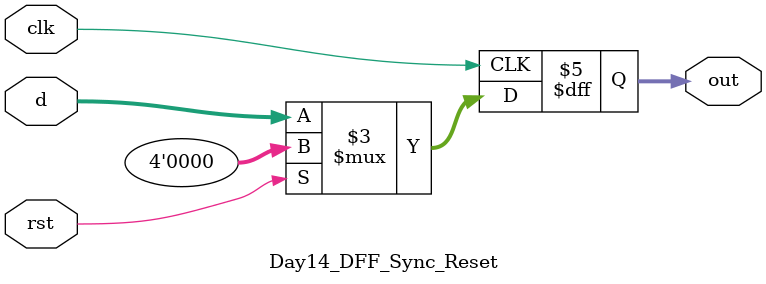
<source format=v>

module Day14_DFF_Sync_Reset(input clk,
                            input rst,
                            input [3:0] d,
                            output reg [3:0] out);
  
  always @ (posedge clk)
    begin
      if (rst) out <= 4'b0000;
      else     out <= d;
    end
endmodule


</source>
